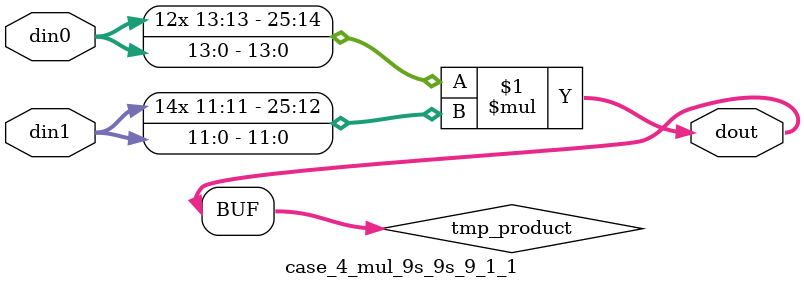
<source format=v>

`timescale 1 ns / 1 ps

 module case_4_mul_9s_9s_9_1_1(din0, din1, dout);
parameter ID = 1;
parameter NUM_STAGE = 0;
parameter din0_WIDTH = 14;
parameter din1_WIDTH = 12;
parameter dout_WIDTH = 26;

input [din0_WIDTH - 1 : 0] din0; 
input [din1_WIDTH - 1 : 0] din1; 
output [dout_WIDTH - 1 : 0] dout;

wire signed [dout_WIDTH - 1 : 0] tmp_product;



























assign tmp_product = $signed(din0) * $signed(din1);








assign dout = tmp_product;





















endmodule

</source>
